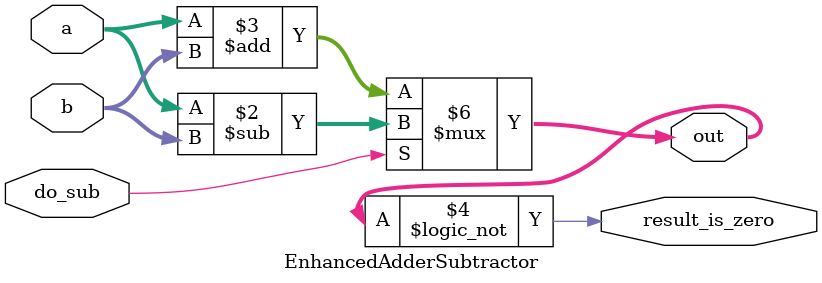
<source format=sv>
module EnhancedAdderSubtractor (
    input logic do_sub,          // Control signal: 0 for addition, 1 for subtraction
    input logic [7:0] a,         // 8-bit unsigned input operand A
    input logic [7:0] b,         // 8-bit unsigned input operand B
    output logic [7:0] out,      // 8-bit unsigned result of operation
    output logic result_is_zero  // Flag indicating if the result is zero
);

// Combinational logic block to perform arithmetic operations
always @(*) begin
    // Perform addition or subtraction based on the control signal
    if (do_sub) begin
        out = a - b;  // Subtraction when do_sub is 1
    end else begin
        out = a + b;  // Addition when do_sub is 0
    end

    // Set the zero flag if the result is zero
    result_is_zero = (out == 8'b00000000);
end

endmodule
</source>
